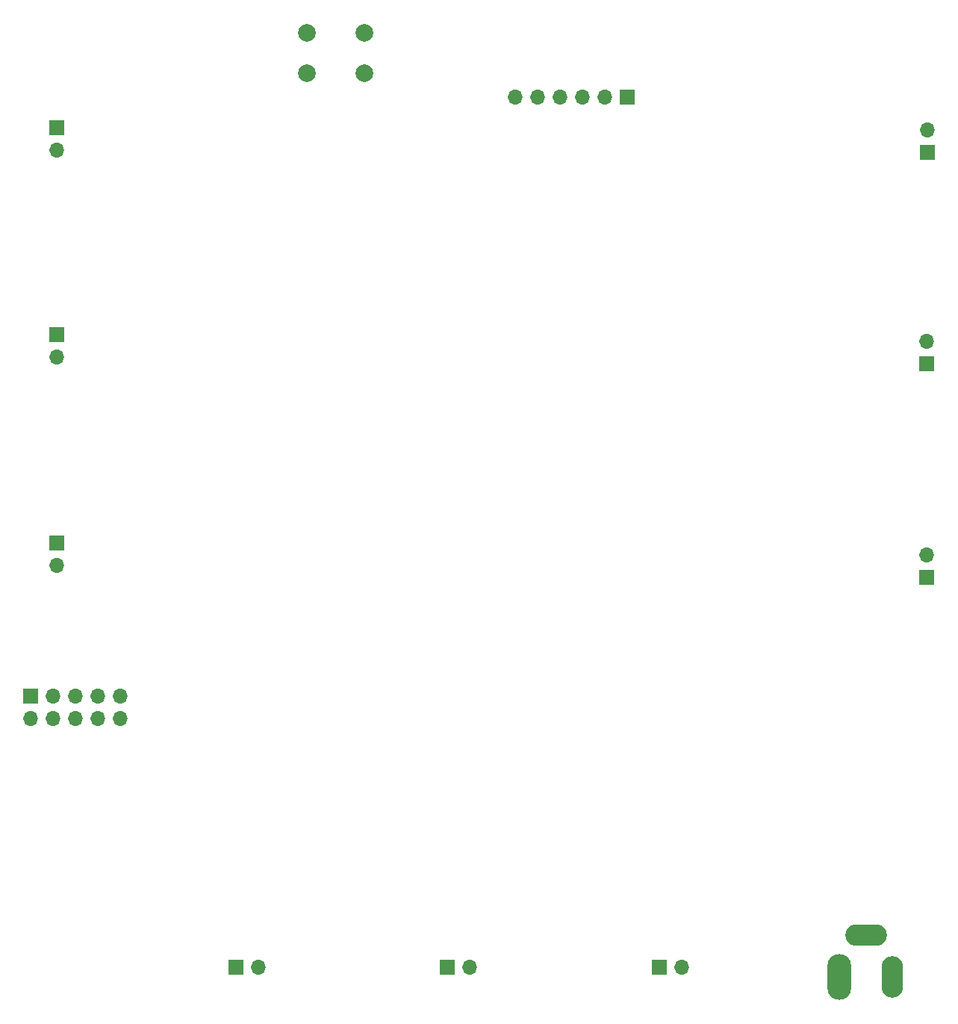
<source format=gbr>
%TF.GenerationSoftware,KiCad,Pcbnew,(6.0.11-0)*%
%TF.CreationDate,2023-11-08T03:13:10-06:00*%
%TF.ProjectId,ECE395_Digital_Target,45434533-3935-45f4-9469-676974616c5f,rev?*%
%TF.SameCoordinates,Original*%
%TF.FileFunction,Soldermask,Bot*%
%TF.FilePolarity,Negative*%
%FSLAX46Y46*%
G04 Gerber Fmt 4.6, Leading zero omitted, Abs format (unit mm)*
G04 Created by KiCad (PCBNEW (6.0.11-0)) date 2023-11-08 03:13:10*
%MOMM*%
%LPD*%
G01*
G04 APERTURE LIST*
%ADD10R,1.700000X1.700000*%
%ADD11O,1.700000X1.700000*%
%ADD12O,2.704000X5.204000*%
%ADD13O,2.454000X4.704000*%
%ADD14O,4.704000X2.454000*%
%ADD15C,2.000000*%
G04 APERTURE END LIST*
D10*
%TO.C,S2*%
X123925000Y-41900000D03*
D11*
X121385000Y-41900000D03*
X118845000Y-41900000D03*
X116305000Y-41900000D03*
X113765000Y-41900000D03*
X111225000Y-41900000D03*
%TD*%
D12*
%TO.C,J0*%
X148000000Y-141600000D03*
D13*
X154000000Y-141600000D03*
D14*
X151000000Y-136900000D03*
%TD*%
D10*
%TO.C,J1*%
X59300000Y-45400000D03*
D11*
X59300000Y-47940000D03*
%TD*%
D10*
%TO.C,J7*%
X79600000Y-140500000D03*
D11*
X82140000Y-140500000D03*
%TD*%
D10*
%TO.C,J4*%
X158000000Y-48200000D03*
D11*
X158000000Y-45660000D03*
%TD*%
D10*
%TO.C,J5*%
X157900000Y-72100000D03*
D11*
X157900000Y-69560000D03*
%TD*%
D10*
%TO.C,S1*%
X56260000Y-109800000D03*
D11*
X56260000Y-112340000D03*
X58800000Y-109800000D03*
X58800000Y-112340000D03*
X61340000Y-109800000D03*
X61340000Y-112340000D03*
X63880000Y-109800000D03*
X63880000Y-112340000D03*
X66420000Y-109800000D03*
X66420000Y-112340000D03*
%TD*%
D10*
%TO.C,J9*%
X127600000Y-140500000D03*
D11*
X130140000Y-140500000D03*
%TD*%
D10*
%TO.C,J6*%
X157900000Y-96300000D03*
D11*
X157900000Y-93760000D03*
%TD*%
D10*
%TO.C,J8*%
X103500000Y-140500000D03*
D11*
X106040000Y-140500000D03*
%TD*%
D15*
%TO.C,SW1*%
X87650000Y-34650000D03*
X94150000Y-34650000D03*
X94150000Y-39150000D03*
X87650000Y-39150000D03*
%TD*%
D10*
%TO.C,J3*%
X59300000Y-92400000D03*
D11*
X59300000Y-94940000D03*
%TD*%
D10*
%TO.C,J2*%
X59300000Y-68800000D03*
D11*
X59300000Y-71340000D03*
%TD*%
M02*

</source>
